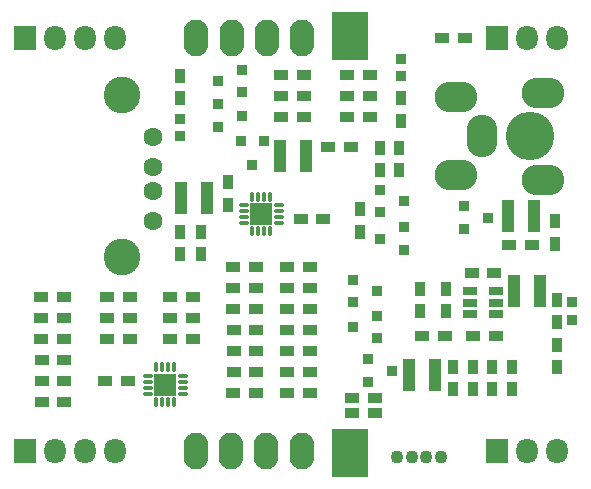
<source format=gts>
G04 #@! TF.FileFunction,Soldermask,Top*
%FSLAX46Y46*%
G04 Gerber Fmt 4.6, Leading zero omitted, Abs format (unit mm)*
G04 Created by KiCad (PCBNEW 4.0.7-e2-6376~58~ubuntu17.04.1) date Mon Nov 13 09:49:53 2017*
%MOMM*%
%LPD*%
G01*
G04 APERTURE LIST*
%ADD10C,0.100000*%
%ADD11R,0.850000X1.300000*%
%ADD12R,0.900100X0.900100*%
%ADD13R,1.300000X0.850000*%
%ADD14R,1.100000X2.800000*%
%ADD15O,3.600000X2.600000*%
%ADD16O,2.600000X3.600000*%
%ADD17C,4.100000*%
%ADD18R,1.827200X2.132000*%
%ADD19O,1.827200X2.132000*%
%ADD20C,1.100000*%
%ADD21R,0.897560X0.897560*%
%ADD22R,1.160000X0.750000*%
%ADD23O,2.100000X3.100000*%
%ADD24C,1.601140*%
%ADD25C,3.099740*%
%ADD26O,0.850000X0.400000*%
%ADD27O,0.400000X0.850000*%
%ADD28R,1.000000X1.000000*%
%ADD29R,3.100000X4.100000*%
G04 APERTURE END LIST*
D10*
D11*
X149707600Y-101661000D03*
X149707600Y-99761000D03*
D12*
X161559240Y-114747000D03*
X161559240Y-116647000D03*
X163558220Y-115697000D03*
X169687240Y-101793000D03*
X169687240Y-103693000D03*
X171686220Y-102743000D03*
X162290760Y-112964000D03*
X162290760Y-111064000D03*
X160291780Y-112014000D03*
X148859240Y-93157000D03*
X148859240Y-95057000D03*
X150858220Y-94107000D03*
X164576760Y-105471000D03*
X164576760Y-103571000D03*
X162577780Y-104521000D03*
X160289240Y-108016000D03*
X160289240Y-109916000D03*
X162288220Y-108966000D03*
X150860760Y-92136000D03*
X150860760Y-90236000D03*
X148861780Y-91186000D03*
X162575240Y-100396000D03*
X162575240Y-102296000D03*
X164574220Y-101346000D03*
D13*
X141386600Y-113030000D03*
X139486600Y-113030000D03*
X160213000Y-119316500D03*
X162113000Y-119316500D03*
X156626600Y-106934000D03*
X154726600Y-106934000D03*
D11*
X173710600Y-117282000D03*
X173710600Y-115382000D03*
D13*
X152054600Y-106934000D03*
X150154600Y-106934000D03*
D11*
X170408600Y-115382000D03*
X170408600Y-117282000D03*
D14*
X167216000Y-116078000D03*
X165016000Y-116078000D03*
X156294000Y-97536000D03*
X154094000Y-97536000D03*
X175572600Y-102616000D03*
X173372600Y-102616000D03*
X145686600Y-101092000D03*
X147886600Y-101092000D03*
X176106000Y-108966000D03*
X173906000Y-108966000D03*
D15*
X176396000Y-92159600D03*
X176396000Y-99559600D03*
X168996000Y-99159600D03*
D16*
X171196000Y-95859600D03*
D15*
X168996000Y-92559600D03*
D17*
X175296000Y-95859600D03*
D18*
X172500000Y-87500000D03*
D19*
X175040000Y-87500000D03*
X177580000Y-87500000D03*
D18*
X172500000Y-122500000D03*
D19*
X175040000Y-122500000D03*
X177580000Y-122500000D03*
D20*
X167750000Y-123000000D03*
X166500000Y-123000000D03*
X164000000Y-123000000D03*
X165250000Y-123000000D03*
D18*
X132500000Y-122500000D03*
D19*
X135040000Y-122500000D03*
X137580000Y-122500000D03*
X140120000Y-122500000D03*
D18*
X132500000Y-87500000D03*
D19*
X135040000Y-87500000D03*
X137580000Y-87500000D03*
X140120000Y-87500000D03*
D13*
X156626600Y-117602000D03*
X154726600Y-117602000D03*
X161706600Y-90678000D03*
X159806600Y-90678000D03*
X135798600Y-109474000D03*
X133898600Y-109474000D03*
D11*
X168757600Y-117282000D03*
X168757600Y-115382000D03*
D13*
X161706600Y-94234000D03*
X159806600Y-94234000D03*
X162113000Y-117983000D03*
X160213000Y-117983000D03*
X154218600Y-94234000D03*
X156118600Y-94234000D03*
D11*
X160909000Y-102047000D03*
X160909000Y-103947000D03*
D13*
X156626600Y-110490000D03*
X154726600Y-110490000D03*
X154218600Y-90678000D03*
X156118600Y-90678000D03*
D11*
X162560000Y-98740000D03*
X162560000Y-96840000D03*
D13*
X152080000Y-114046000D03*
X150180000Y-114046000D03*
X150180000Y-115824000D03*
X152080000Y-115824000D03*
X150154600Y-108712000D03*
X152054600Y-108712000D03*
X144820600Y-111252000D03*
X146720600Y-111252000D03*
X135824000Y-118364000D03*
X133924000Y-118364000D03*
X133924000Y-116586000D03*
X135824000Y-116586000D03*
X152054600Y-110490000D03*
X150154600Y-110490000D03*
X146720600Y-113030000D03*
X144820600Y-113030000D03*
X141386600Y-111252000D03*
X139486600Y-111252000D03*
X133924000Y-114808000D03*
X135824000Y-114808000D03*
X139486600Y-109474000D03*
X141386600Y-109474000D03*
X135798600Y-113030000D03*
X133898600Y-113030000D03*
D11*
X145643600Y-92644000D03*
X145643600Y-90744000D03*
X177520600Y-113527800D03*
X177520600Y-115427800D03*
D13*
X166131200Y-112776000D03*
X168031200Y-112776000D03*
D11*
X165963600Y-108778000D03*
X165963600Y-110678000D03*
X168148000Y-110678000D03*
X168148000Y-108778000D03*
X164312600Y-92649000D03*
X164312600Y-94549000D03*
D13*
X139296100Y-116586000D03*
X141196100Y-116586000D03*
X155869600Y-102870000D03*
X157769600Y-102870000D03*
X172247600Y-107391200D03*
X170347600Y-107391200D03*
X172374600Y-112801400D03*
X170474600Y-112801400D03*
D11*
X177520600Y-109717800D03*
X177520600Y-111617800D03*
X147421600Y-103952000D03*
X147421600Y-105852000D03*
X145643600Y-103952000D03*
X145643600Y-105852000D03*
D13*
X167858400Y-87528400D03*
X169758400Y-87528400D03*
X154726600Y-115824000D03*
X156626600Y-115824000D03*
X154726600Y-114046000D03*
X156626600Y-114046000D03*
X154726600Y-112268000D03*
X156626600Y-112268000D03*
D11*
X164211000Y-98740000D03*
X164211000Y-96840000D03*
D13*
X154218600Y-92456000D03*
X156118600Y-92456000D03*
X156626600Y-108712000D03*
X154726600Y-108712000D03*
X175422600Y-105029000D03*
X173522600Y-105029000D03*
X158206400Y-96723200D03*
X160106400Y-96723200D03*
D11*
X172059600Y-115382000D03*
X172059600Y-117282000D03*
D13*
X133898600Y-111252000D03*
X135798600Y-111252000D03*
X159806600Y-92456000D03*
X161706600Y-92456000D03*
X152054600Y-117602000D03*
X150154600Y-117602000D03*
D21*
X164312600Y-89293700D03*
X164312600Y-90792300D03*
X178816000Y-109918500D03*
X178816000Y-111417100D03*
X145643600Y-95872300D03*
X145643600Y-94373700D03*
D22*
X170197600Y-108981200D03*
X170197600Y-109931200D03*
X170197600Y-110881200D03*
X172397600Y-110881200D03*
X172397600Y-108981200D03*
X172397600Y-109931200D03*
D23*
X146989800Y-122504200D03*
X149946400Y-122500000D03*
X155946400Y-122500000D03*
X152933400Y-122504200D03*
X147000000Y-87500000D03*
X150000000Y-87500000D03*
X156000000Y-87500000D03*
X153000000Y-87500000D03*
D24*
X143359720Y-102997860D03*
X143359720Y-100457860D03*
X143359720Y-98425860D03*
X143359720Y-95885860D03*
D25*
X140692720Y-106045860D03*
X140692720Y-92329860D03*
D26*
X153976600Y-103188200D03*
X153976600Y-102688200D03*
X153976600Y-102188200D03*
X153976600Y-101688200D03*
D27*
X153251600Y-100963200D03*
X152751600Y-100963200D03*
X152251600Y-100963200D03*
X151751600Y-100963200D03*
D26*
X151026600Y-101688200D03*
X151026600Y-102188200D03*
X151026600Y-102688200D03*
X151026600Y-103188200D03*
D27*
X151751600Y-103913200D03*
X152251600Y-103913200D03*
X152751600Y-103913200D03*
X153251600Y-103913200D03*
D28*
X152051600Y-101988200D03*
X152051600Y-102888200D03*
X152951600Y-101988200D03*
X152951600Y-102888200D03*
D26*
X142898600Y-116153500D03*
X142898600Y-116653500D03*
X142898600Y-117153500D03*
X142898600Y-117653500D03*
D27*
X143623600Y-118378500D03*
X144123600Y-118378500D03*
X144623600Y-118378500D03*
X145123600Y-118378500D03*
D26*
X145848600Y-117653500D03*
X145848600Y-117153500D03*
X145848600Y-116653500D03*
X145848600Y-116153500D03*
D27*
X145123600Y-115428500D03*
X144623600Y-115428500D03*
X144123600Y-115428500D03*
X143623600Y-115428500D03*
D28*
X144823600Y-117353500D03*
X144823600Y-116453500D03*
X143923600Y-117353500D03*
X143923600Y-116453500D03*
D13*
X146720600Y-109474000D03*
X144820600Y-109474000D03*
D11*
X177393600Y-104963000D03*
X177393600Y-103063000D03*
D12*
X152715000Y-96281240D03*
X150815000Y-96281240D03*
X151765000Y-98280220D03*
D13*
X150180000Y-112268000D03*
X152080000Y-112268000D03*
D29*
X160020000Y-87376000D03*
X160020000Y-122682000D03*
M02*

</source>
